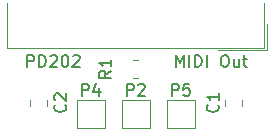
<source format=gbr>
%TF.GenerationSoftware,KiCad,Pcbnew,(6.0.11)*%
%TF.CreationDate,2023-07-03T01:03:28-07:00*%
%TF.ProjectId,sb-midi,73622d6d-6964-4692-9e6b-696361645f70,rev?*%
%TF.SameCoordinates,Original*%
%TF.FileFunction,Legend,Top*%
%TF.FilePolarity,Positive*%
%FSLAX46Y46*%
G04 Gerber Fmt 4.6, Leading zero omitted, Abs format (unit mm)*
G04 Created by KiCad (PCBNEW (6.0.11)) date 2023-07-03 01:03:28*
%MOMM*%
%LPD*%
G01*
G04 APERTURE LIST*
%ADD10C,0.150000*%
%ADD11C,0.120000*%
G04 APERTURE END LIST*
D10*
X114014523Y-103957380D02*
X114014523Y-102957380D01*
X114395476Y-102957380D01*
X114490714Y-103005000D01*
X114538333Y-103052619D01*
X114585952Y-103147857D01*
X114585952Y-103290714D01*
X114538333Y-103385952D01*
X114490714Y-103433571D01*
X114395476Y-103481190D01*
X114014523Y-103481190D01*
X115014523Y-103957380D02*
X115014523Y-102957380D01*
X115252619Y-102957380D01*
X115395476Y-103005000D01*
X115490714Y-103100238D01*
X115538333Y-103195476D01*
X115585952Y-103385952D01*
X115585952Y-103528809D01*
X115538333Y-103719285D01*
X115490714Y-103814523D01*
X115395476Y-103909761D01*
X115252619Y-103957380D01*
X115014523Y-103957380D01*
X115966904Y-103052619D02*
X116014523Y-103005000D01*
X116109761Y-102957380D01*
X116347857Y-102957380D01*
X116443095Y-103005000D01*
X116490714Y-103052619D01*
X116538333Y-103147857D01*
X116538333Y-103243095D01*
X116490714Y-103385952D01*
X115919285Y-103957380D01*
X116538333Y-103957380D01*
X117157380Y-102957380D02*
X117252619Y-102957380D01*
X117347857Y-103005000D01*
X117395476Y-103052619D01*
X117443095Y-103147857D01*
X117490714Y-103338333D01*
X117490714Y-103576428D01*
X117443095Y-103766904D01*
X117395476Y-103862142D01*
X117347857Y-103909761D01*
X117252619Y-103957380D01*
X117157380Y-103957380D01*
X117062142Y-103909761D01*
X117014523Y-103862142D01*
X116966904Y-103766904D01*
X116919285Y-103576428D01*
X116919285Y-103338333D01*
X116966904Y-103147857D01*
X117014523Y-103052619D01*
X117062142Y-103005000D01*
X117157380Y-102957380D01*
X117871666Y-103052619D02*
X117919285Y-103005000D01*
X118014523Y-102957380D01*
X118252619Y-102957380D01*
X118347857Y-103005000D01*
X118395476Y-103052619D01*
X118443095Y-103147857D01*
X118443095Y-103243095D01*
X118395476Y-103385952D01*
X117824047Y-103957380D01*
X118443095Y-103957380D01*
X126587619Y-103957380D02*
X126587619Y-102957380D01*
X126920952Y-103671666D01*
X127254285Y-102957380D01*
X127254285Y-103957380D01*
X127730476Y-103957380D02*
X127730476Y-102957380D01*
X128206666Y-103957380D02*
X128206666Y-102957380D01*
X128444761Y-102957380D01*
X128587619Y-103005000D01*
X128682857Y-103100238D01*
X128730476Y-103195476D01*
X128778095Y-103385952D01*
X128778095Y-103528809D01*
X128730476Y-103719285D01*
X128682857Y-103814523D01*
X128587619Y-103909761D01*
X128444761Y-103957380D01*
X128206666Y-103957380D01*
X129206666Y-103957380D02*
X129206666Y-102957380D01*
X130635238Y-102957380D02*
X130825714Y-102957380D01*
X130920952Y-103005000D01*
X131016190Y-103100238D01*
X131063809Y-103290714D01*
X131063809Y-103624047D01*
X131016190Y-103814523D01*
X130920952Y-103909761D01*
X130825714Y-103957380D01*
X130635238Y-103957380D01*
X130540000Y-103909761D01*
X130444761Y-103814523D01*
X130397142Y-103624047D01*
X130397142Y-103290714D01*
X130444761Y-103100238D01*
X130540000Y-103005000D01*
X130635238Y-102957380D01*
X131920952Y-103290714D02*
X131920952Y-103957380D01*
X131492380Y-103290714D02*
X131492380Y-103814523D01*
X131540000Y-103909761D01*
X131635238Y-103957380D01*
X131778095Y-103957380D01*
X131873333Y-103909761D01*
X131920952Y-103862142D01*
X132254285Y-103290714D02*
X132635238Y-103290714D01*
X132397142Y-102957380D02*
X132397142Y-103814523D01*
X132444761Y-103909761D01*
X132540000Y-103957380D01*
X132635238Y-103957380D01*
%TO.C,P5*%
X126261904Y-106404380D02*
X126261904Y-105404380D01*
X126642857Y-105404380D01*
X126738095Y-105452000D01*
X126785714Y-105499619D01*
X126833333Y-105594857D01*
X126833333Y-105737714D01*
X126785714Y-105832952D01*
X126738095Y-105880571D01*
X126642857Y-105928190D01*
X126261904Y-105928190D01*
X127738095Y-105404380D02*
X127261904Y-105404380D01*
X127214285Y-105880571D01*
X127261904Y-105832952D01*
X127357142Y-105785333D01*
X127595238Y-105785333D01*
X127690476Y-105832952D01*
X127738095Y-105880571D01*
X127785714Y-105975809D01*
X127785714Y-106213904D01*
X127738095Y-106309142D01*
X127690476Y-106356761D01*
X127595238Y-106404380D01*
X127357142Y-106404380D01*
X127261904Y-106356761D01*
X127214285Y-106309142D01*
%TO.C,P2*%
X122451904Y-106404380D02*
X122451904Y-105404380D01*
X122832857Y-105404380D01*
X122928095Y-105452000D01*
X122975714Y-105499619D01*
X123023333Y-105594857D01*
X123023333Y-105737714D01*
X122975714Y-105832952D01*
X122928095Y-105880571D01*
X122832857Y-105928190D01*
X122451904Y-105928190D01*
X123404285Y-105499619D02*
X123451904Y-105452000D01*
X123547142Y-105404380D01*
X123785238Y-105404380D01*
X123880476Y-105452000D01*
X123928095Y-105499619D01*
X123975714Y-105594857D01*
X123975714Y-105690095D01*
X123928095Y-105832952D01*
X123356666Y-106404380D01*
X123975714Y-106404380D01*
%TO.C,P4*%
X118641904Y-106404380D02*
X118641904Y-105404380D01*
X119022857Y-105404380D01*
X119118095Y-105452000D01*
X119165714Y-105499619D01*
X119213333Y-105594857D01*
X119213333Y-105737714D01*
X119165714Y-105832952D01*
X119118095Y-105880571D01*
X119022857Y-105928190D01*
X118641904Y-105928190D01*
X120070476Y-105737714D02*
X120070476Y-106404380D01*
X119832380Y-105356761D02*
X119594285Y-106071047D01*
X120213333Y-106071047D01*
%TO.C,R1*%
X121102380Y-104306666D02*
X120626190Y-104640000D01*
X121102380Y-104878095D02*
X120102380Y-104878095D01*
X120102380Y-104497142D01*
X120150000Y-104401904D01*
X120197619Y-104354285D01*
X120292857Y-104306666D01*
X120435714Y-104306666D01*
X120530952Y-104354285D01*
X120578571Y-104401904D01*
X120626190Y-104497142D01*
X120626190Y-104878095D01*
X121102380Y-103354285D02*
X121102380Y-103925714D01*
X121102380Y-103640000D02*
X120102380Y-103640000D01*
X120245238Y-103735238D01*
X120340476Y-103830476D01*
X120388095Y-103925714D01*
%TO.C,C1*%
X130122142Y-107166666D02*
X130169761Y-107214285D01*
X130217380Y-107357142D01*
X130217380Y-107452380D01*
X130169761Y-107595238D01*
X130074523Y-107690476D01*
X129979285Y-107738095D01*
X129788809Y-107785714D01*
X129645952Y-107785714D01*
X129455476Y-107738095D01*
X129360238Y-107690476D01*
X129265000Y-107595238D01*
X129217380Y-107452380D01*
X129217380Y-107357142D01*
X129265000Y-107214285D01*
X129312619Y-107166666D01*
X130217380Y-106214285D02*
X130217380Y-106785714D01*
X130217380Y-106500000D02*
X129217380Y-106500000D01*
X129360238Y-106595238D01*
X129455476Y-106690476D01*
X129503095Y-106785714D01*
%TO.C,C2*%
X117197142Y-107166666D02*
X117244761Y-107214285D01*
X117292380Y-107357142D01*
X117292380Y-107452380D01*
X117244761Y-107595238D01*
X117149523Y-107690476D01*
X117054285Y-107738095D01*
X116863809Y-107785714D01*
X116720952Y-107785714D01*
X116530476Y-107738095D01*
X116435238Y-107690476D01*
X116340000Y-107595238D01*
X116292380Y-107452380D01*
X116292380Y-107357142D01*
X116340000Y-107214285D01*
X116387619Y-107166666D01*
X116387619Y-106785714D02*
X116340000Y-106738095D01*
X116292380Y-106642857D01*
X116292380Y-106404761D01*
X116340000Y-106309523D01*
X116387619Y-106261904D01*
X116482857Y-106214285D01*
X116578095Y-106214285D01*
X116720952Y-106261904D01*
X117292380Y-106833333D01*
X117292380Y-106214285D01*
D11*
%TO.C,P5*%
X125800000Y-106750000D02*
X128200000Y-106750000D01*
X128200000Y-106750000D02*
X128200000Y-109150000D01*
X125800000Y-109150000D02*
X125800000Y-106750000D01*
X128200000Y-109150000D02*
X125800000Y-109150000D01*
%TO.C,P2*%
X121990000Y-109150000D02*
X121990000Y-106750000D01*
X124390000Y-106750000D02*
X124390000Y-109150000D01*
X121990000Y-106750000D02*
X124390000Y-106750000D01*
X124390000Y-109150000D02*
X121990000Y-109150000D01*
%TO.C,J1*%
X134308333Y-102570000D02*
X130115000Y-102570000D01*
X134068333Y-102330000D02*
X134068333Y-98590000D01*
X112311667Y-98590000D02*
X112311667Y-102330000D01*
X112311667Y-102330000D02*
X134068333Y-102330000D01*
X134308333Y-100330000D02*
X134308333Y-102570000D01*
%TO.C,P4*%
X118180000Y-106750000D02*
X120580000Y-106750000D01*
X120580000Y-109150000D02*
X118180000Y-109150000D01*
X118180000Y-109150000D02*
X118180000Y-106750000D01*
X120580000Y-106750000D02*
X120580000Y-109150000D01*
%TO.C,R1*%
X122962936Y-104875000D02*
X123417064Y-104875000D01*
X122962936Y-103405000D02*
X123417064Y-103405000D01*
%TO.C,C1*%
X132180000Y-107261252D02*
X132180000Y-106738748D01*
X130710000Y-107261252D02*
X130710000Y-106738748D01*
%TO.C,C2*%
X115670000Y-107261252D02*
X115670000Y-106738748D01*
X114200000Y-107261252D02*
X114200000Y-106738748D01*
%TD*%
M02*

</source>
